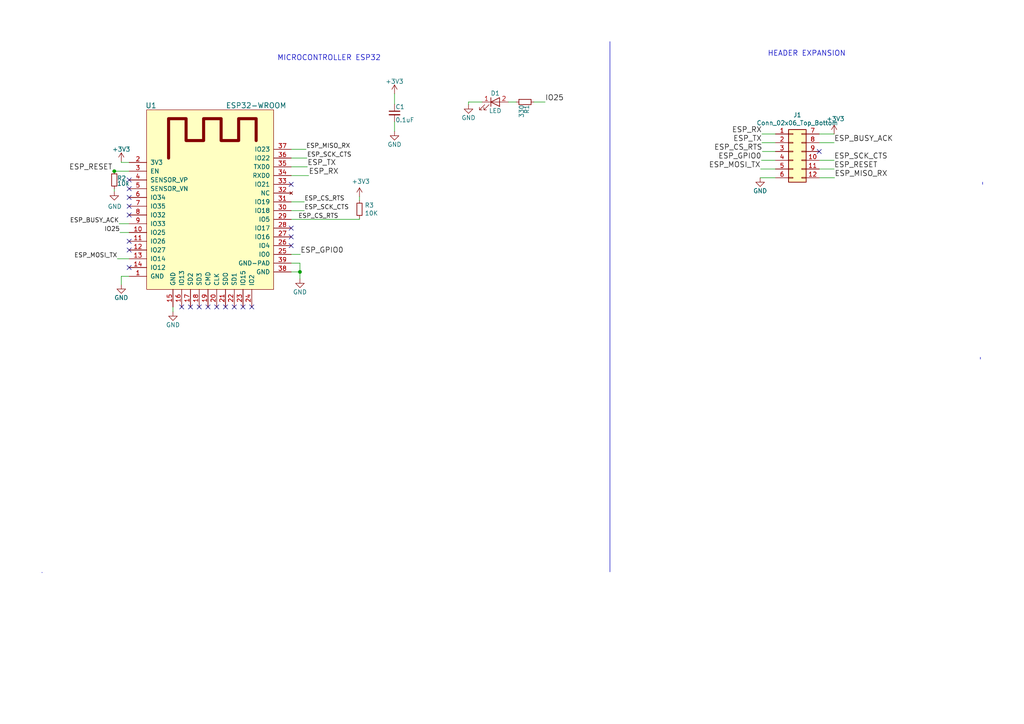
<source format=kicad_sch>
(kicad_sch (version 20230121) (generator eeschema)
  (paper "A4")
  (title_block (title "CatNINA") (date "2019-10-19") (rev "0.2") (company "Electronic Cats") (comment 4 "Andres Sabas"))
  (lib_symbols
    (symbol "CatNINA-rescue:+3.3V-power" (power) (pin_names (offset 0))
      (property "Value" "+3.3V-power" (at 0 3.556 0))
      (symbol "+3.3V-power_0_1"
        (polyline (pts (xy -0.762 1.27) (xy 0 2.54)))
        (polyline (pts (xy 0 0) (xy 0 2.54)))
        (polyline (pts (xy 0 2.54) (xy 0.762 1.27)))
      )
      (symbol "+3.3V-power_1_1"
        (pin power_in line (at 0 0 90) (length 0) hide (name "+3V3") (number "1"))
      )
    )
    (symbol "CatNINA-rescue:+3.3V-power1-BLE_WIFI_HID-rescue-BLE_WIFI_HID-rescue" (power) (pin_names (offset 0))
      (property "Value" "+3.3V-power1-BLE_WIFI_HID-rescue-BLE_WIFI_HID-rescue" (at 0 3.556 0))
      (symbol "+3.3V-power1-BLE_WIFI_HID-rescue-BLE_WIFI_HID-rescue_0_1"
        (polyline (pts (xy -0.762 1.27) (xy 0 2.54)))
        (polyline (pts (xy 0 0) (xy 0 2.54)))
        (polyline (pts (xy 0 2.54) (xy 0.762 1.27)))
      )
      (symbol "+3.3V-power1-BLE_WIFI_HID-rescue-BLE_WIFI_HID-rescue_1_1"
        (pin power_in line (at 0 0 90) (length 0) hide (name "+3V3") (number "1"))
      )
    )
    (symbol "CatNINA-rescue:C_Small-device-BLE_WIFI_HID-rescue-BLE_WIFI_HID-rescue" (pin_numbers hide) (pin_names (offset 0.254) hide)
      (property "Reference" "C" (at 0.254 1.778 0))
      (property "Value" "C_Small-device-BLE_WIFI_HID-rescue-BLE_WIFI_HID-rescue" (at 0.254 -2.032 0))
      (symbol "C_Small-device-BLE_WIFI_HID-rescue-BLE_WIFI_HID-rescue_0_1"
        (polyline (pts (xy -1.524 -0.508) (xy 1.524 -0.508)) (stroke (width 0.3302)))
        (polyline (pts (xy -1.524 0.508) (xy 1.524 0.508)) (stroke (width 0.3048)))
      )
      (symbol "C_Small-device-BLE_WIFI_HID-rescue-BLE_WIFI_HID-rescue_1_1"
        (pin passive line (at 0 2.54 270) (length 2.032) (name "~") (number "1"))
        (pin passive line (at 0 -2.54 90) (length 2.032) (name "~") (number "2"))
      )
    )
    (symbol "CatNINA-rescue:ESP32-WROOM-ESP32-footprints-Shem-Lib-BLE_WIFI_HID-rescue-BLE_WIFI_HID-rescue" (pin_names (offset 1.016))
      (property "Reference" "U" (at -17.78 31.75 0))
      (property "Value" "ESP32-WROOM-ESP32-footprints-Shem-Lib-BLE_WIFI_HID-rescue-BLE_WIFI_HID-rescue" (at 12.7 31.75 0))
      (symbol "ESP32-WROOM-ESP32-footprints-Shem-Lib-BLE_WIFI_HID-rescue-BLE_WIFI_HID-rescue_0_1"
        (rectangle (start -19.05 30.48) (end 17.78 -21.59) (fill (type background)))
        (polyline (pts (xy -12.7 16.51) (xy -12.7 27.94) (xy -7.62 27.94) (xy -7.62 21.59) (xy -2.54 21.59) (xy -2.54 27.94) (xy 2.54 27.94) (xy 2.54 21.59) (xy 7.62 21.59) (xy 7.62 27.94) (xy 12.7 27.94) (xy 12.7 21.59)) (stroke (width 0.889)))
      )
      (symbol "ESP32-WROOM-ESP32-footprints-Shem-Lib-BLE_WIFI_HID-rescue-BLE_WIFI_HID-rescue_1_1"
        (pin power_out line (at -24.13 -17.78 0) (length 5.08) (name "GND") (number "1"))
        (pin bidirectional line (at -24.13 -5.08 0) (length 5.08) (name "IO25") (number "10"))
        (pin bidirectional line (at -24.13 -7.62 0) (length 5.08) (name "IO26") (number "11"))
        (pin bidirectional line (at -24.13 -10.16 0) (length 5.08) (name "IO27") (number "12"))
        (pin bidirectional line (at -24.13 -12.7 0) (length 5.08) (name "IO14") (number "13"))
        (pin bidirectional line (at -24.13 -15.24 0) (length 5.08) (name "IO12") (number "14"))
        (pin power_in line (at -11.43 -26.67 90) (length 5.08) (name "GND") (number "15"))
        (pin bidirectional line (at -8.89 -26.67 90) (length 5.08) (name "IO13") (number "16"))
        (pin bidirectional line (at -6.35 -26.67 90) (length 5.08) (name "SD2") (number "17"))
        (pin bidirectional line (at -3.81 -26.67 90) (length 5.08) (name "SD3") (number "18"))
        (pin bidirectional line (at -1.27 -26.67 90) (length 5.08) (name "CMD") (number "19"))
        (pin power_in line (at -24.13 15.24 0) (length 5.08) (name "3V3") (number "2"))
        (pin input line (at 1.27 -26.67 90) (length 5.08) (name "CLK") (number "20"))
        (pin bidirectional line (at 3.81 -26.67 90) (length 5.08) (name "SDO") (number "21"))
        (pin bidirectional line (at 6.35 -26.67 90) (length 5.08) (name "SD1") (number "22"))
        (pin bidirectional line (at 8.89 -26.67 90) (length 5.08) (name "IO15") (number "23"))
        (pin bidirectional line (at 11.43 -26.67 90) (length 5.08) (name "IO2") (number "24"))
        (pin bidirectional line (at 22.86 -11.43 180) (length 5.08) (name "IO0") (number "25"))
        (pin input line (at 22.86 -8.89 180) (length 5.08) (name "IO4") (number "26"))
        (pin bidirectional line (at 22.86 -6.35 180) (length 5.08) (name "IO16") (number "27"))
        (pin bidirectional line (at 22.86 -3.81 180) (length 5.08) (name "IO17") (number "28"))
        (pin bidirectional line (at 22.86 -1.27 180) (length 5.08) (name "IO5") (number "29"))
        (pin input line (at -24.13 12.7 0) (length 5.08) (name "EN") (number "3"))
        (pin input line (at 22.86 1.27 180) (length 5.08) (name "IO18") (number "30"))
        (pin bidirectional line (at 22.86 3.81 180) (length 5.08) (name "IO19") (number "31"))
        (pin no_connect line (at 22.86 6.35 180) (length 5.08) (name "NC") (number "32"))
        (pin bidirectional line (at 22.86 8.89 180) (length 5.08) (name "IO21") (number "33"))
        (pin bidirectional line (at 22.86 11.43 180) (length 5.08) (name "RXD0") (number "34"))
        (pin bidirectional line (at 22.86 13.97 180) (length 5.08) (name "TXD0") (number "35"))
        (pin bidirectional line (at 22.86 16.51 180) (length 5.08) (name "IO22") (number "36"))
        (pin bidirectional line (at 22.86 19.05 180) (length 5.08) (name "IO23") (number "37"))
        (pin power_in line (at 22.86 -16.51 180) (length 5.08) (name "GND") (number "38"))
        (pin power_in line (at 22.86 -13.97 180) (length 5.08) (name "GND-PAD") (number "39"))
        (pin input line (at -24.13 10.16 0) (length 5.08) (name "SENSOR_VP") (number "4"))
        (pin input line (at -24.13 7.62 0) (length 5.08) (name "SENSOR_VN") (number "5"))
        (pin bidirectional line (at -24.13 5.08 0) (length 5.08) (name "IO34") (number "6"))
        (pin bidirectional line (at -24.13 2.54 0) (length 5.08) (name "IO35") (number "7"))
        (pin bidirectional line (at -24.13 0 0) (length 5.08) (name "IO32") (number "8"))
        (pin bidirectional line (at -24.13 -2.54 0) (length 5.08) (name "IO33") (number "9"))
      )
    )
    (symbol "CatNINA-rescue:GND-power1-BLE_WIFI_HID-rescue-BLE_WIFI_HID-rescue" (power) (pin_names (offset 0))
      (property "Value" "GND-power1-BLE_WIFI_HID-rescue-BLE_WIFI_HID-rescue" (at 0 -3.81 0))
      (symbol "GND-power1-BLE_WIFI_HID-rescue-BLE_WIFI_HID-rescue_0_1"
        (polyline (pts (xy 0 0) (xy 0 -1.27) (xy 1.27 -1.27) (xy 0 -2.54) (xy -1.27 -1.27) (xy 0 -1.27)))
      )
      (symbol "GND-power1-BLE_WIFI_HID-rescue-BLE_WIFI_HID-rescue_1_1"
        (pin power_in line (at 0 0 270) (length 0) hide (name "GND") (number "1"))
      )
    )
    (symbol "CatNINA-rescue:LED-device-BLE_WIFI_HID-rescue-BLE_WIFI_HID-rescue" (pin_names (offset 1.016) hide)
      (property "Reference" "D" (at 0 2.54 0))
      (property "Value" "LED-device-BLE_WIFI_HID-rescue-BLE_WIFI_HID-rescue" (at 0 -2.54 0))
      (symbol "LED-device-BLE_WIFI_HID-rescue-BLE_WIFI_HID-rescue_0_1"
        (polyline (pts (xy -1.27 -1.27) (xy -1.27 1.27)) (stroke (width 0.2032)))
        (polyline (pts (xy -1.27 0) (xy 1.27 0)))
        (polyline (pts (xy 1.27 -1.27) (xy 1.27 1.27) (xy -1.27 0) (xy 1.27 -1.27)) (stroke (width 0.2032)))
        (polyline (pts (xy -3.048 -0.762) (xy -4.572 -2.286) (xy -3.81 -2.286) (xy -4.572 -2.286) (xy -4.572 -1.524)))
        (polyline (pts (xy -1.778 -0.762) (xy -3.302 -2.286) (xy -2.54 -2.286) (xy -3.302 -2.286) (xy -3.302 -1.524)))
      )
      (symbol "LED-device-BLE_WIFI_HID-rescue-BLE_WIFI_HID-rescue_1_1"
        (pin passive line (at -3.81 0 0) (length 2.54) (name "K") (number "1"))
        (pin passive line (at 3.81 0 180) (length 2.54) (name "A") (number "2"))
      )
    )
    (symbol "CatNINA-rescue:R_Small-device-BLE_WIFI_HID-rescue-BLE_WIFI_HID-rescue" (pin_numbers hide) (pin_names (offset 0.254) hide)
      (property "Reference" "R" (at 0.762 0.508 0))
      (property "Value" "R_Small-device-BLE_WIFI_HID-rescue-BLE_WIFI_HID-rescue" (at 0.762 -1.016 0))
      (symbol "R_Small-device-BLE_WIFI_HID-rescue-BLE_WIFI_HID-rescue_0_1"
        (rectangle (start -0.762 1.778) (end 0.762 -1.778) (stroke (width 0.2032)))
      )
      (symbol "R_Small-device-BLE_WIFI_HID-rescue-BLE_WIFI_HID-rescue_1_1"
        (pin passive line (at 0 2.54 270) (length 0.762) (name "~") (number "1"))
        (pin passive line (at 0 -2.54 90) (length 0.762) (name "~") (number "2"))
      )
    )
    (symbol "Connector_Generic:Conn_02x06_Top_Bottom" (pin_names (offset 1.016) hide)
      (property "Reference" "J" (at 1.27 7.62 0))
      (property "Value" "Conn_02x06_Top_Bottom" (at 1.27 -10.16 0))
      (symbol "Conn_02x06_Top_Bottom_1_1"
        (rectangle (start -1.27 -7.493) (end 0 -7.747) (stroke (width 0.1524)))
        (rectangle (start -1.27 -4.953) (end 0 -5.207) (stroke (width 0.1524)))
        (rectangle (start -1.27 -2.413) (end 0 -2.667) (stroke (width 0.1524)))
        (rectangle (start -1.27 0.127) (end 0 -0.127) (stroke (width 0.1524)))
        (rectangle (start -1.27 2.667) (end 0 2.413) (stroke (width 0.1524)))
        (rectangle (start -1.27 5.207) (end 0 4.953) (stroke (width 0.1524)))
        (rectangle (start -1.27 6.35) (end 3.81 -8.89) (stroke (width 0.254)) (fill (type background)))
        (rectangle (start 3.81 -7.493) (end 2.54 -7.747) (stroke (width 0.1524)))
        (rectangle (start 3.81 -4.953) (end 2.54 -5.207) (stroke (width 0.1524)))
        (rectangle (start 3.81 -2.413) (end 2.54 -2.667) (stroke (width 0.1524)))
        (rectangle (start 3.81 0.127) (end 2.54 -0.127) (stroke (width 0.1524)))
        (rectangle (start 3.81 2.667) (end 2.54 2.413) (stroke (width 0.1524)))
        (rectangle (start 3.81 5.207) (end 2.54 4.953) (stroke (width 0.1524)))
        (pin passive line (at -5.08 5.08 0) (length 3.81) (name "Pin_1") (number "1"))
        (pin passive line (at 7.62 -2.54 180) (length 3.81) (name "Pin_10") (number "10"))
        (pin passive line (at 7.62 -5.08 180) (length 3.81) (name "Pin_11") (number "11"))
        (pin passive line (at 7.62 -7.62 180) (length 3.81) (name "Pin_12") (number "12"))
        (pin passive line (at -5.08 2.54 0) (length 3.81) (name "Pin_2") (number "2"))
        (pin passive line (at -5.08 0 0) (length 3.81) (name "Pin_3") (number "3"))
        (pin passive line (at -5.08 -2.54 0) (length 3.81) (name "Pin_4") (number "4"))
        (pin passive line (at -5.08 -5.08 0) (length 3.81) (name "Pin_5") (number "5"))
        (pin passive line (at -5.08 -7.62 0) (length 3.81) (name "Pin_6") (number "6"))
        (pin passive line (at 7.62 5.08 180) (length 3.81) (name "Pin_7") (number "7"))
        (pin passive line (at 7.62 2.54 180) (length 3.81) (name "Pin_8") (number "8"))
        (pin passive line (at 7.62 0 180) (length 3.81) (name "Pin_9") (number "9"))
      )
    )
    (symbol "Device:R_Small" (pin_numbers hide) (pin_names (offset 0.254) hide)
      (property "Reference" "R" (at 0.762 0.508 0))
      (property "Value" "R_Small" (at 0.762 -1.016 0))
      (symbol "R_Small_0_1"
        (rectangle (start -0.762 1.778) (end 0.762 -1.778) (stroke (width 0.2032)))
      )
      (symbol "R_Small_1_1"
        (pin passive line (at 0 2.54 270) (length 0.762) (name "~") (number "1"))
        (pin passive line (at 0 -2.54 90) (length 0.762) (name "~") (number "2"))
      )
    )
    (symbol "power:GND" (power) (pin_names (offset 0))
      (property "Value" "GND" (at 0 -3.81 0))
      (symbol "GND_0_1"
        (polyline (pts (xy 0 0) (xy 0 -1.27) (xy 1.27 -1.27) (xy 0 -2.54) (xy -1.27 -1.27) (xy 0 -1.27)))
      )
      (symbol "GND_1_1"
        (pin power_in line (at 0 0 270) (length 0) hide (name "GND") (number "1"))
      )
    )
  )
  (junction (at 86.995 78.867))
  (junction (at 33.147 49.657))
  (no_connect (at 70.485 89.027))
  (no_connect (at 84.455 53.467))
  (no_connect (at 62.865 89.027))
  (no_connect (at 60.325 89.027))
  (no_connect (at 84.455 68.707))
  (no_connect (at 52.705 89.027))
  (no_connect (at 37.465 72.517))
  (no_connect (at 55.245 89.027))
  (no_connect (at 67.945 89.027))
  (no_connect (at 37.465 54.737))
  (no_connect (at 237.617 43.942))
  (no_connect (at 84.455 71.247))
  (no_connect (at 73.025 89.027))
  (no_connect (at 37.465 77.597))
  (no_connect (at 37.465 59.817))
  (no_connect (at 65.405 89.027))
  (no_connect (at 37.465 62.357))
  (no_connect (at 37.465 69.977))
  (no_connect (at 37.465 57.277))
  (no_connect (at 57.785 89.027))
  (no_connect (at 84.455 66.167))
  (no_connect (at 37.465 52.197))
  (wire (pts (xy 154.813 29.591) (xy 158.115 29.591)))
  (wire (pts (xy 84.455 43.307) (xy 88.773 43.307)))
  (wire (pts (xy 139.827 29.591) (xy 135.89 29.591)))
  (wire (pts (xy 37.465 75.057) (xy 34.036 75.057)))
  (wire (pts (xy 86.995 76.327) (xy 86.995 78.867)))
  (polyline (pts (xy 284.988 53.467) (xy 284.988 52.832)))
  (wire (pts (xy 237.617 41.402) (xy 241.935 41.402)))
  (wire (pts (xy 37.465 47.117) (xy 35.179 47.117)))
  (wire (pts (xy 224.917 46.482) (xy 220.853 46.482)))
  (wire (pts (xy 224.917 49.022) (xy 220.599 49.022)))
  (wire (pts (xy 37.465 80.137) (xy 35.179 80.137)))
  (wire (pts (xy 35.179 47.117) (xy 35.179 46.863)))
  (wire (pts (xy 84.455 78.867) (xy 86.995 78.867)))
  (wire (pts (xy 84.455 58.547) (xy 88.265 58.547)))
  (wire (pts (xy 114.427 35.306) (xy 114.427 38.1)))
  (wire (pts (xy 84.455 61.087) (xy 88.265 61.087)))
  (wire (pts (xy 35.179 80.137) (xy 35.179 82.55)))
  (wire (pts (xy 37.465 67.437) (xy 34.798 67.437)))
  (wire (pts (xy 237.617 38.862) (xy 241.935 38.862)))
  (wire (pts (xy 84.455 48.387) (xy 89.154 48.387)))
  (wire (pts (xy 50.165 90.424) (xy 50.165 89.027)))
  (wire (pts (xy 37.465 49.657) (xy 33.147 49.657)))
  (wire (pts (xy 84.455 63.627) (xy 104.267 63.627)))
  (wire (pts (xy 84.455 50.927) (xy 89.535 50.927)))
  (wire (pts (xy 84.455 45.847) (xy 89.027 45.847)))
  (wire (pts (xy 86.995 78.867) (xy 86.995 80.899)))
  (wire (pts (xy 37.465 64.897) (xy 34.544 64.897)))
  (wire (pts (xy 135.89 29.591) (xy 135.89 30.353)))
  (wire (pts (xy 33.147 49.657) (xy 32.639 49.657)))
  (wire (pts (xy 224.917 51.562) (xy 220.472 51.562)))
  (wire (pts (xy 33.147 54.737) (xy 33.147 55.499)))
  (polyline (pts (xy 284.353 103.632) (xy 284.353 104.14)))
  (polyline (pts (xy 176.911 165.862) (xy 176.911 12.065)))
  (wire (pts (xy 237.617 49.022) (xy 241.935 49.022)))
  (wire (pts (xy 224.917 38.862) (xy 220.98 38.862)))
  (polyline (pts (xy 12.192 166.116) (xy 12.192 165.989)))
  (wire (pts (xy 237.617 46.482) (xy 241.935 46.482)))
  (wire (pts (xy 84.455 73.787) (xy 87.122 73.787)))
  (wire (pts (xy 224.917 43.942) (xy 221.107 43.942)))
  (wire (pts (xy 114.427 30.226) (xy 114.427 27.178)))
  (wire (pts (xy 104.267 63.627) (xy 104.267 63.246)))
  (wire (pts (xy 237.617 51.562) (xy 242.062 51.562)))
  (wire (pts (xy 84.455 76.327) (xy 86.995 76.327)))
  (wire (pts (xy 104.267 58.166) (xy 104.267 57.023)))
  (wire (pts (xy 224.917 41.402) (xy 220.98 41.402)))
  (wire (pts (xy 147.447 29.591) (xy 149.733 29.591)))
  (text "MICROCONTROLLER ESP32" (at 80.391 17.78 0) (effects (font (size 1.524 1.524)) (justify left bottom)))
  (text "HEADER EXPANSION" (at 222.631 16.51 0) (effects (font (size 1.524 1.524)) (justify left bottom)))
  (label "ESP_TX" (at 89.154 48.387 0) (effects (font (size 1.524 1.524))))
  (label "ESP_SCK_CTS" (at 241.935 46.482 0) (effects (font (size 1.524 1.524))))
  (label "ESP_CS_RTS" (at 221.107 43.942 180) (effects (font (size 1.524 1.524))))
  (label "ESP_RESET" (at 241.935 49.022 0) (effects (font (size 1.524 1.524))))
  (label "ESP_CS_RTS" (at 88.265 58.547 0))
  (label "ESP_GPIO0" (at 220.853 46.482 180) (effects (font (size 1.524 1.524))))
  (label "ESP_RX" (at 89.535 50.927 0) (effects (font (size 1.524 1.524))))
  (label "ESP_SCK_CTS" (at 89.027 45.847 0))
  (label "ESP_CS_RTS" (at 86.487 63.627 0))
  (label "ESP_SCK_CTS" (at 88.265 61.087 0))
  (label "ESP_TX" (at 220.98 41.402 180) (effects (font (size 1.524 1.524))))
  (label "ESP_GPIO0" (at 87.122 73.787 0) (effects (font (size 1.524 1.524))))
  (label "ESP_RX" (at 220.98 38.862 180) (effects (font (size 1.524 1.524))))
  (label "ESP_MOSI_TX" (at 34.036 75.057 180))
  (label "ESP_RESET" (at 32.639 49.657 180) (effects (font (size 1.524 1.524))))
  (label "IO25" (at 34.798 67.437 180))
  (label "ESP_BUSY_ACK" (at 241.935 41.402 0) (effects (font (size 1.524 1.524))))
  (label "IO25" (at 158.115 29.591 0) (effects (font (size 1.524 1.524))))
  (label "ESP_MISO_RX" (at 242.062 51.562 0) (effects (font (size 1.524 1.524))))
  (label "ESP_BUSY_ACK" (at 34.544 64.897 180))
  (label "ESP_MOSI_TX" (at 220.599 49.022 180) (effects (font (size 1.524 1.524))))
  (label "ESP_MISO_RX" (at 88.773 43.307 0))
  (symbol (lib_id "CatNINA-rescue:LED-device-BLE_WIFI_HID-rescue-BLE_WIFI_HID-rescue") (at 143.637 29.591 0) (unit 1)
    (property "Reference" "D1" (at 143.637 27.051 0))
    (property "Value" "LED" (at 143.637 32.131 0))
    (property "Footprint" "LEDs:LED_0805_HandSoldering" (effects hide))
  )
  (symbol (lib_id "CatNINA-rescue:R_Small-device-BLE_WIFI_HID-rescue-BLE_WIFI_HID-rescue") (at 152.273 29.591 270) (unit 1)
    (property "Reference" "R1" (at 152.781 30.353 0) (effects (justify left)))
    (property "Value" "330" (at 151.257 30.353 0) (effects (justify left)))
    (property "Footprint" "Resistors_SMD:R_0805_HandSoldering" (effects hide))
  )
  (symbol (lib_id "CatNINA-rescue:C_Small-device-BLE_WIFI_HID-rescue-BLE_WIFI_HID-rescue") (at 114.427 32.766 0) (unit 1)
    (property "Reference" "C1" (at 114.681 30.988 0) (effects (justify left)))
    (property "Value" "0.1uF" (at 114.681 34.798 0) (effects (justify left)))
    (property "Footprint" "Capacitors_SMD:C_0805_HandSoldering" (effects hide))
  )
  (symbol (lib_id "CatNINA-rescue:GND-power1-BLE_WIFI_HID-rescue-BLE_WIFI_HID-rescue") (at 50.165 90.424 0) (unit 1)
    (property "Reference" "#PWR011" (effects hide))
    (property "Value" "GND" (at 50.165 94.234 0))
  )
  (symbol (lib_id "CatNINA-rescue:+3.3V-power1-BLE_WIFI_HID-rescue-BLE_WIFI_HID-rescue") (at 35.179 46.863 0) (unit 1)
    (property "Reference" "#PWR05" (effects hide))
    (property "Value" "+3.3V" (at 35.179 43.307 0))
  )
  (symbol (lib_id "CatNINA-rescue:+3.3V-power1-BLE_WIFI_HID-rescue-BLE_WIFI_HID-rescue") (at 114.427 27.178 0) (unit 1)
    (property "Reference" "#PWR01" (effects hide))
    (property "Value" "+3.3V" (at 114.427 23.622 0))
  )
  (symbol (lib_id "CatNINA-rescue:GND-power1-BLE_WIFI_HID-rescue-BLE_WIFI_HID-rescue") (at 114.427 38.1 0) (unit 1)
    (property "Reference" "#PWR03" (effects hide))
    (property "Value" "GND" (at 114.427 41.91 0))
  )
  (symbol (lib_id "CatNINA-rescue:GND-power1-BLE_WIFI_HID-rescue-BLE_WIFI_HID-rescue") (at 135.89 30.353 0) (unit 1)
    (property "Reference" "#PWR02" (effects hide))
    (property "Value" "GND" (at 135.89 34.163 0))
  )
  (symbol (lib_id "CatNINA-rescue:ESP32-WROOM-ESP32-footprints-Shem-Lib-BLE_WIFI_HID-rescue-BLE_WIFI_HID-rescue") (at 61.595 62.357 0) (unit 1)
    (property "Reference" "U1" (at 43.815 30.607 0) (effects (font (size 1.524 1.524))))
    (property "Value" "ESP32-WROOM" (at 74.295 30.607 0) (effects (font (size 1.524 1.524))))
    (property "Footprint" "ESP32-footprints-Lib:ESP32-WROOM" (effects hide))
  )
  (symbol (lib_id "CatNINA-rescue:GND-power1-BLE_WIFI_HID-rescue-BLE_WIFI_HID-rescue") (at 86.995 80.899 0) (unit 1)
    (property "Reference" "#PWR09" (effects hide))
    (property "Value" "GND" (at 86.995 84.709 0))
  )
  (symbol (lib_id "CatNINA-rescue:GND-power1-BLE_WIFI_HID-rescue-BLE_WIFI_HID-rescue") (at 35.179 82.55 0) (unit 1)
    (property "Reference" "#PWR010" (effects hide))
    (property "Value" "GND" (at 35.179 86.36 0))
  )
  (symbol (lib_id "CatNINA-rescue:GND-power1-BLE_WIFI_HID-rescue-BLE_WIFI_HID-rescue") (at 220.472 51.562 0) (unit 1)
    (property "Reference" "#PWR06" (effects hide))
    (property "Value" "GND" (at 220.472 55.372 0))
  )
  (symbol (lib_id "CatNINA-rescue:R_Small-device-BLE_WIFI_HID-rescue-BLE_WIFI_HID-rescue") (at 33.147 52.197 0) (unit 1)
    (property "Reference" "R2" (at 33.909 51.689 0) (effects (justify left)))
    (property "Value" "10k" (at 33.909 53.213 0) (effects (justify left)))
    (property "Footprint" "Resistors_SMD:R_0805_HandSoldering" (effects hide))
  )
  (symbol (lib_id "power:GND") (at 33.147 55.499 0) (unit 1)
    (property "Reference" "#PWR07" (effects hide))
    (property "Value" "GND" (at 33.274 59.8932 0))
  )
  (symbol (lib_id "Device:R_Small") (at 104.267 60.706 0) (unit 1)
    (property "Reference" "R3" (at 105.7656 59.5376 0) (effects (justify left)))
    (property "Value" "10K" (at 105.7656 61.849 0) (effects (justify left)))
    (property "Footprint" "Resistors_SMD:R_0805_HandSoldering" (effects hide))
  )
  (symbol (lib_id "CatNINA-rescue:+3.3V-power") (at 104.267 57.023 0) (unit 1)
    (property "Reference" "#PWR08" (effects hide))
    (property "Value" "+3.3V" (at 104.648 52.6288 0))
  )
  (symbol (lib_id "CatNINA-rescue:+3.3V-power") (at 241.935 38.862 0) (unit 1)
    (property "Reference" "#PWR04" (effects hide))
    (property "Value" "+3.3V" (at 242.316 34.4678 0))
  )
  (symbol (lib_id "Connector_Generic:Conn_02x06_Top_Bottom") (at 229.997 43.942 0) (unit 1)
    (property "Reference" "J1" (at 231.267 33.3502 0))
    (property "Value" "Conn_02x06_Top_Bottom" (at 231.267 35.6616 0))
    (property "Footprint" "Pines:61301221121" (effects hide))
    (property "manf #" "61000621121" (effects hide))
  )
)
</source>
